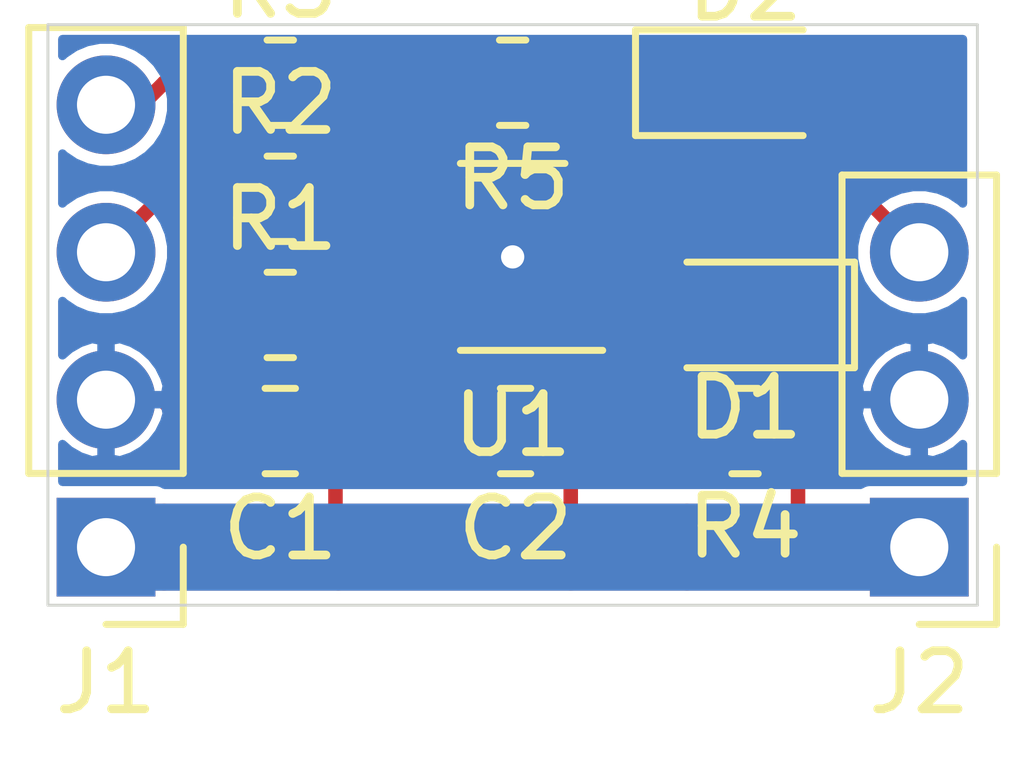
<source format=kicad_pcb>
(kicad_pcb (version 20171130) (host pcbnew 5.1.10-88a1d61d58~90~ubuntu20.04.1)

  (general
    (thickness 1.6)
    (drawings 8)
    (tracks 49)
    (zones 0)
    (modules 12)
    (nets 8)
  )

  (page A4)
  (layers
    (0 F.Cu signal)
    (31 B.Cu signal hide)
    (32 B.Adhes user hide)
    (33 F.Adhes user hide)
    (34 B.Paste user hide)
    (35 F.Paste user hide)
    (36 B.SilkS user hide)
    (37 F.SilkS user hide)
    (38 B.Mask user)
    (39 F.Mask user)
    (40 Dwgs.User user hide)
    (41 Cmts.User user hide)
    (42 Eco1.User user hide)
    (43 Eco2.User user hide)
    (44 Edge.Cuts user)
    (45 Margin user hide)
    (46 B.CrtYd user hide)
    (47 F.CrtYd user hide)
    (48 B.Fab user hide)
    (49 F.Fab user hide)
  )

  (setup
    (last_trace_width 0.25)
    (user_trace_width 1.5)
    (user_trace_width 2)
    (trace_clearance 0.2)
    (zone_clearance 0.15)
    (zone_45_only no)
    (trace_min 0.2)
    (via_size 0.8)
    (via_drill 0.4)
    (via_min_size 0.4)
    (via_min_drill 0.3)
    (uvia_size 0.3)
    (uvia_drill 0.1)
    (uvias_allowed no)
    (uvia_min_size 0.2)
    (uvia_min_drill 0.1)
    (edge_width 0.05)
    (segment_width 0.2)
    (pcb_text_width 0.3)
    (pcb_text_size 1.5 1.5)
    (mod_edge_width 0.12)
    (mod_text_size 1 1)
    (mod_text_width 0.15)
    (pad_size 1.524 1.524)
    (pad_drill 0.762)
    (pad_to_mask_clearance 0)
    (aux_axis_origin 20 30)
    (grid_origin 20 30)
    (visible_elements FFFFFF7F)
    (pcbplotparams
      (layerselection 0x010fc_ffffffff)
      (usegerberextensions false)
      (usegerberattributes true)
      (usegerberadvancedattributes true)
      (creategerberjobfile true)
      (excludeedgelayer true)
      (linewidth 0.100000)
      (plotframeref false)
      (viasonmask false)
      (mode 1)
      (useauxorigin false)
      (hpglpennumber 1)
      (hpglpenspeed 20)
      (hpglpendiameter 15.000000)
      (psnegative false)
      (psa4output false)
      (plotreference true)
      (plotvalue true)
      (plotinvisibletext false)
      (padsonsilk false)
      (subtractmaskfromsilk false)
      (outputformat 1)
      (mirror false)
      (drillshape 1)
      (scaleselection 1)
      (outputdirectory ""))
  )

  (net 0 "")
  (net 1 +5V)
  (net 2 GND)
  (net 3 "Net-(D1-Pad2)")
  (net 4 "Net-(D2-Pad1)")
  (net 5 /DO)
  (net 6 /D+)
  (net 7 /D-)

  (net_class Default "This is the default net class."
    (clearance 0.2)
    (trace_width 0.25)
    (via_dia 0.8)
    (via_drill 0.4)
    (uvia_dia 0.3)
    (uvia_drill 0.1)
    (add_net +5V)
    (add_net /D+)
    (add_net /D-)
    (add_net /DO)
    (add_net GND)
    (add_net "Net-(D1-Pad2)")
    (add_net "Net-(D2-Pad1)")
  )

  (module Package_TO_SOT_SMD:SOT-23-5 (layer F.Cu) (tedit 5A02FF57) (tstamp 61E78226)
    (at 28 24 180)
    (descr "5-pin SOT23 package")
    (tags SOT-23-5)
    (path /61E71764)
    (attr smd)
    (fp_text reference U1 (at 0 -2.9) (layer F.SilkS)
      (effects (font (size 1 1) (thickness 0.15)))
    )
    (fp_text value XR33180ESBTR (at 0 2.9) (layer F.Fab)
      (effects (font (size 1 1) (thickness 0.15)))
    )
    (fp_text user %R (at 1.944999 -7.065001 90) (layer F.Fab)
      (effects (font (size 0.5 0.5) (thickness 0.075)))
    )
    (fp_line (start -0.9 1.61) (end 0.9 1.61) (layer F.SilkS) (width 0.12))
    (fp_line (start 0.9 -1.61) (end -1.55 -1.61) (layer F.SilkS) (width 0.12))
    (fp_line (start -1.9 -1.8) (end 1.9 -1.8) (layer F.CrtYd) (width 0.05))
    (fp_line (start 1.9 -1.8) (end 1.9 1.8) (layer F.CrtYd) (width 0.05))
    (fp_line (start 1.9 1.8) (end -1.9 1.8) (layer F.CrtYd) (width 0.05))
    (fp_line (start -1.9 1.8) (end -1.9 -1.8) (layer F.CrtYd) (width 0.05))
    (fp_line (start -0.9 -0.9) (end -0.25 -1.55) (layer F.Fab) (width 0.1))
    (fp_line (start 0.9 -1.55) (end -0.25 -1.55) (layer F.Fab) (width 0.1))
    (fp_line (start -0.9 -0.9) (end -0.9 1.55) (layer F.Fab) (width 0.1))
    (fp_line (start 0.9 1.55) (end -0.9 1.55) (layer F.Fab) (width 0.1))
    (fp_line (start 0.9 -1.55) (end 0.9 1.55) (layer F.Fab) (width 0.1))
    (pad 5 smd rect (at 1.1 -0.95 180) (size 1.06 0.65) (layers F.Cu F.Paste F.Mask)
      (net 6 /D+))
    (pad 4 smd rect (at 1.1 0.95 180) (size 1.06 0.65) (layers F.Cu F.Paste F.Mask)
      (net 7 /D-))
    (pad 3 smd rect (at -1.1 0.95 180) (size 1.06 0.65) (layers F.Cu F.Paste F.Mask)
      (net 5 /DO))
    (pad 2 smd rect (at -1.1 0 180) (size 1.06 0.65) (layers F.Cu F.Paste F.Mask)
      (net 2 GND))
    (pad 1 smd rect (at -1.1 -0.95 180) (size 1.06 0.65) (layers F.Cu F.Paste F.Mask)
      (net 1 +5V))
    (model ${KISYS3DMOD}/Package_TO_SOT_SMD.3dshapes/SOT-23-5.wrl
      (at (xyz 0 0 0))
      (scale (xyz 1 1 1))
      (rotate (xyz 0 0 0))
    )
  )

  (module Capacitor_SMD:C_0805_2012Metric (layer F.Cu) (tedit 5F68FEEE) (tstamp 61E775AD)
    (at 24 27 180)
    (descr "Capacitor SMD 0805 (2012 Metric), square (rectangular) end terminal, IPC_7351 nominal, (Body size source: IPC-SM-782 page 76, https://www.pcb-3d.com/wordpress/wp-content/uploads/ipc-sm-782a_amendment_1_and_2.pdf, https://docs.google.com/spreadsheets/d/1BsfQQcO9C6DZCsRaXUlFlo91Tg2WpOkGARC1WS5S8t0/edit?usp=sharing), generated with kicad-footprint-generator")
    (tags capacitor)
    (path /61E7A968)
    (attr smd)
    (fp_text reference C1 (at 0 -1.68) (layer F.SilkS)
      (effects (font (size 1 1) (thickness 0.15)))
    )
    (fp_text value 10uF (at 0 1.68) (layer F.Fab)
      (effects (font (size 1 1) (thickness 0.15)))
    )
    (fp_line (start 1.7 0.98) (end -1.7 0.98) (layer F.CrtYd) (width 0.05))
    (fp_line (start 1.7 -0.98) (end 1.7 0.98) (layer F.CrtYd) (width 0.05))
    (fp_line (start -1.7 -0.98) (end 1.7 -0.98) (layer F.CrtYd) (width 0.05))
    (fp_line (start -1.7 0.98) (end -1.7 -0.98) (layer F.CrtYd) (width 0.05))
    (fp_line (start -0.261252 0.735) (end 0.261252 0.735) (layer F.SilkS) (width 0.12))
    (fp_line (start -0.261252 -0.735) (end 0.261252 -0.735) (layer F.SilkS) (width 0.12))
    (fp_line (start 1 0.625) (end -1 0.625) (layer F.Fab) (width 0.1))
    (fp_line (start 1 -0.625) (end 1 0.625) (layer F.Fab) (width 0.1))
    (fp_line (start -1 -0.625) (end 1 -0.625) (layer F.Fab) (width 0.1))
    (fp_line (start -1 0.625) (end -1 -0.625) (layer F.Fab) (width 0.1))
    (fp_text user %R (at 0 0) (layer F.Fab)
      (effects (font (size 0.5 0.5) (thickness 0.08)))
    )
    (pad 1 smd roundrect (at -0.95 0 180) (size 1 1.45) (layers F.Cu F.Paste F.Mask) (roundrect_rratio 0.25)
      (net 1 +5V))
    (pad 2 smd roundrect (at 0.95 0 180) (size 1 1.45) (layers F.Cu F.Paste F.Mask) (roundrect_rratio 0.25)
      (net 2 GND))
    (model ${KISYS3DMOD}/Capacitor_SMD.3dshapes/C_0805_2012Metric.wrl
      (at (xyz 0 0 0))
      (scale (xyz 1 1 1))
      (rotate (xyz 0 0 0))
    )
  )

  (module Capacitor_SMD:C_0805_2012Metric (layer F.Cu) (tedit 5F68FEEE) (tstamp 61E775BE)
    (at 28.05 27 180)
    (descr "Capacitor SMD 0805 (2012 Metric), square (rectangular) end terminal, IPC_7351 nominal, (Body size source: IPC-SM-782 page 76, https://www.pcb-3d.com/wordpress/wp-content/uploads/ipc-sm-782a_amendment_1_and_2.pdf, https://docs.google.com/spreadsheets/d/1BsfQQcO9C6DZCsRaXUlFlo91Tg2WpOkGARC1WS5S8t0/edit?usp=sharing), generated with kicad-footprint-generator")
    (tags capacitor)
    (path /61E8B3B9)
    (attr smd)
    (fp_text reference C2 (at 0 -1.68) (layer F.SilkS)
      (effects (font (size 1 1) (thickness 0.15)))
    )
    (fp_text value 100nF (at 0 1.68) (layer F.Fab)
      (effects (font (size 1 1) (thickness 0.15)))
    )
    (fp_text user %R (at 0 0) (layer F.Fab)
      (effects (font (size 0.5 0.5) (thickness 0.08)))
    )
    (fp_line (start -1 0.625) (end -1 -0.625) (layer F.Fab) (width 0.1))
    (fp_line (start -1 -0.625) (end 1 -0.625) (layer F.Fab) (width 0.1))
    (fp_line (start 1 -0.625) (end 1 0.625) (layer F.Fab) (width 0.1))
    (fp_line (start 1 0.625) (end -1 0.625) (layer F.Fab) (width 0.1))
    (fp_line (start -0.261252 -0.735) (end 0.261252 -0.735) (layer F.SilkS) (width 0.12))
    (fp_line (start -0.261252 0.735) (end 0.261252 0.735) (layer F.SilkS) (width 0.12))
    (fp_line (start -1.7 0.98) (end -1.7 -0.98) (layer F.CrtYd) (width 0.05))
    (fp_line (start -1.7 -0.98) (end 1.7 -0.98) (layer F.CrtYd) (width 0.05))
    (fp_line (start 1.7 -0.98) (end 1.7 0.98) (layer F.CrtYd) (width 0.05))
    (fp_line (start 1.7 0.98) (end -1.7 0.98) (layer F.CrtYd) (width 0.05))
    (pad 2 smd roundrect (at 0.95 0 180) (size 1 1.45) (layers F.Cu F.Paste F.Mask) (roundrect_rratio 0.25)
      (net 2 GND))
    (pad 1 smd roundrect (at -0.95 0 180) (size 1 1.45) (layers F.Cu F.Paste F.Mask) (roundrect_rratio 0.25)
      (net 1 +5V))
    (model ${KISYS3DMOD}/Capacitor_SMD.3dshapes/C_0805_2012Metric.wrl
      (at (xyz 0 0 0))
      (scale (xyz 1 1 1))
      (rotate (xyz 0 0 0))
    )
  )

  (module LED_SMD:LED_0805_2012Metric_Castellated (layer F.Cu) (tedit 5F68FEF1) (tstamp 61E78E62)
    (at 32 25 180)
    (descr "LED SMD 0805 (2012 Metric), castellated end terminal, IPC_7351 nominal, (Body size source: https://docs.google.com/spreadsheets/d/1BsfQQcO9C6DZCsRaXUlFlo91Tg2WpOkGARC1WS5S8t0/edit?usp=sharing), generated with kicad-footprint-generator")
    (tags "LED castellated")
    (path /61E9144F)
    (attr smd)
    (fp_text reference D1 (at 0 -1.6) (layer F.SilkS)
      (effects (font (size 1 1) (thickness 0.15)))
    )
    (fp_text value LED (at 0 1.6) (layer F.Fab)
      (effects (font (size 1 1) (thickness 0.15)))
    )
    (fp_line (start 1.88 0.9) (end -1.88 0.9) (layer F.CrtYd) (width 0.05))
    (fp_line (start 1.88 -0.9) (end 1.88 0.9) (layer F.CrtYd) (width 0.05))
    (fp_line (start -1.88 -0.9) (end 1.88 -0.9) (layer F.CrtYd) (width 0.05))
    (fp_line (start -1.88 0.9) (end -1.88 -0.9) (layer F.CrtYd) (width 0.05))
    (fp_line (start -1.885 0.91) (end 1 0.91) (layer F.SilkS) (width 0.12))
    (fp_line (start -1.885 -0.91) (end -1.885 0.91) (layer F.SilkS) (width 0.12))
    (fp_line (start 1 -0.91) (end -1.885 -0.91) (layer F.SilkS) (width 0.12))
    (fp_line (start 1 0.6) (end 1 -0.6) (layer F.Fab) (width 0.1))
    (fp_line (start -1 0.6) (end 1 0.6) (layer F.Fab) (width 0.1))
    (fp_line (start -1 -0.3) (end -1 0.6) (layer F.Fab) (width 0.1))
    (fp_line (start -0.7 -0.6) (end -1 -0.3) (layer F.Fab) (width 0.1))
    (fp_line (start 1 -0.6) (end -0.7 -0.6) (layer F.Fab) (width 0.1))
    (fp_text user %R (at 0 0) (layer F.Fab)
      (effects (font (size 0.5 0.5) (thickness 0.08)))
    )
    (pad 1 smd roundrect (at -0.9625 0 180) (size 1.325 1.3) (layers F.Cu F.Paste F.Mask) (roundrect_rratio 0.192308)
      (net 5 /DO))
    (pad 2 smd roundrect (at 0.9625 0 180) (size 1.325 1.3) (layers F.Cu F.Paste F.Mask) (roundrect_rratio 0.192308)
      (net 3 "Net-(D1-Pad2)"))
    (model ${KISYS3DMOD}/LED_SMD.3dshapes/LED_0805_2012Metric_Castellated.wrl
      (at (xyz 0 0 0))
      (scale (xyz 1 1 1))
      (rotate (xyz 0 0 0))
    )
  )

  (module LED_SMD:LED_0805_2012Metric_Castellated (layer F.Cu) (tedit 5F68FEF1) (tstamp 61E775E4)
    (at 32 21)
    (descr "LED SMD 0805 (2012 Metric), castellated end terminal, IPC_7351 nominal, (Body size source: https://docs.google.com/spreadsheets/d/1BsfQQcO9C6DZCsRaXUlFlo91Tg2WpOkGARC1WS5S8t0/edit?usp=sharing), generated with kicad-footprint-generator")
    (tags "LED castellated")
    (path /61E9365A)
    (attr smd)
    (fp_text reference D2 (at 0 -1.6) (layer F.SilkS)
      (effects (font (size 1 1) (thickness 0.15)))
    )
    (fp_text value LED (at 0 1.6) (layer F.Fab)
      (effects (font (size 1 1) (thickness 0.15)))
    )
    (fp_text user %R (at 0 0) (layer F.Fab)
      (effects (font (size 0.5 0.5) (thickness 0.08)))
    )
    (fp_line (start 1 -0.6) (end -0.7 -0.6) (layer F.Fab) (width 0.1))
    (fp_line (start -0.7 -0.6) (end -1 -0.3) (layer F.Fab) (width 0.1))
    (fp_line (start -1 -0.3) (end -1 0.6) (layer F.Fab) (width 0.1))
    (fp_line (start -1 0.6) (end 1 0.6) (layer F.Fab) (width 0.1))
    (fp_line (start 1 0.6) (end 1 -0.6) (layer F.Fab) (width 0.1))
    (fp_line (start 1 -0.91) (end -1.885 -0.91) (layer F.SilkS) (width 0.12))
    (fp_line (start -1.885 -0.91) (end -1.885 0.91) (layer F.SilkS) (width 0.12))
    (fp_line (start -1.885 0.91) (end 1 0.91) (layer F.SilkS) (width 0.12))
    (fp_line (start -1.88 0.9) (end -1.88 -0.9) (layer F.CrtYd) (width 0.05))
    (fp_line (start -1.88 -0.9) (end 1.88 -0.9) (layer F.CrtYd) (width 0.05))
    (fp_line (start 1.88 -0.9) (end 1.88 0.9) (layer F.CrtYd) (width 0.05))
    (fp_line (start 1.88 0.9) (end -1.88 0.9) (layer F.CrtYd) (width 0.05))
    (pad 2 smd roundrect (at 0.9625 0) (size 1.325 1.3) (layers F.Cu F.Paste F.Mask) (roundrect_rratio 0.192308)
      (net 5 /DO))
    (pad 1 smd roundrect (at -0.9625 0) (size 1.325 1.3) (layers F.Cu F.Paste F.Mask) (roundrect_rratio 0.192308)
      (net 4 "Net-(D2-Pad1)"))
    (model ${KISYS3DMOD}/LED_SMD.3dshapes/LED_0805_2012Metric_Castellated.wrl
      (at (xyz 0 0 0))
      (scale (xyz 1 1 1))
      (rotate (xyz 0 0 0))
    )
  )

  (module Connector_PinHeader_2.54mm:PinHeader_1x04_P2.54mm_Vertical (layer F.Cu) (tedit 59FED5CC) (tstamp 61E775FC)
    (at 21 29 180)
    (descr "Through hole straight pin header, 1x04, 2.54mm pitch, single row")
    (tags "Through hole pin header THT 1x04 2.54mm single row")
    (path /61E7626A)
    (fp_text reference J1 (at 0 -2.33) (layer F.SilkS)
      (effects (font (size 1 1) (thickness 0.15)))
    )
    (fp_text value Conn_01x04 (at 0 9.95) (layer F.Fab)
      (effects (font (size 1 1) (thickness 0.15)))
    )
    (fp_line (start 1.8 -1.8) (end -1.8 -1.8) (layer F.CrtYd) (width 0.05))
    (fp_line (start 1.8 9.4) (end 1.8 -1.8) (layer F.CrtYd) (width 0.05))
    (fp_line (start -1.8 9.4) (end 1.8 9.4) (layer F.CrtYd) (width 0.05))
    (fp_line (start -1.8 -1.8) (end -1.8 9.4) (layer F.CrtYd) (width 0.05))
    (fp_line (start -1.33 -1.33) (end 0 -1.33) (layer F.SilkS) (width 0.12))
    (fp_line (start -1.33 0) (end -1.33 -1.33) (layer F.SilkS) (width 0.12))
    (fp_line (start -1.33 1.27) (end 1.33 1.27) (layer F.SilkS) (width 0.12))
    (fp_line (start 1.33 1.27) (end 1.33 8.95) (layer F.SilkS) (width 0.12))
    (fp_line (start -1.33 1.27) (end -1.33 8.95) (layer F.SilkS) (width 0.12))
    (fp_line (start -1.33 8.95) (end 1.33 8.95) (layer F.SilkS) (width 0.12))
    (fp_line (start -1.27 -0.635) (end -0.635 -1.27) (layer F.Fab) (width 0.1))
    (fp_line (start -1.27 8.89) (end -1.27 -0.635) (layer F.Fab) (width 0.1))
    (fp_line (start 1.27 8.89) (end -1.27 8.89) (layer F.Fab) (width 0.1))
    (fp_line (start 1.27 -1.27) (end 1.27 8.89) (layer F.Fab) (width 0.1))
    (fp_line (start -0.635 -1.27) (end 1.27 -1.27) (layer F.Fab) (width 0.1))
    (fp_text user %R (at -2 -3 90) (layer F.Fab)
      (effects (font (size 1 1) (thickness 0.15)))
    )
    (pad 1 thru_hole rect (at 0 0 180) (size 1.7 1.7) (drill 1) (layers *.Cu *.Mask)
      (net 1 +5V))
    (pad 2 thru_hole oval (at 0 2.54 180) (size 1.7 1.7) (drill 1) (layers *.Cu *.Mask)
      (net 2 GND))
    (pad 3 thru_hole oval (at 0 5.08 180) (size 1.7 1.7) (drill 1) (layers *.Cu *.Mask)
      (net 6 /D+))
    (pad 4 thru_hole oval (at 0 7.62 180) (size 1.7 1.7) (drill 1) (layers *.Cu *.Mask)
      (net 7 /D-))
    (model ${KISYS3DMOD}/Connector_PinHeader_2.54mm.3dshapes/PinHeader_1x04_P2.54mm_Vertical.wrl
      (at (xyz 0 0 0))
      (scale (xyz 1 1 1))
      (rotate (xyz 0 0 0))
    )
  )

  (module Connector_PinHeader_2.54mm:PinHeader_1x03_P2.54mm_Vertical (layer F.Cu) (tedit 59FED5CC) (tstamp 61E77613)
    (at 35 29 180)
    (descr "Through hole straight pin header, 1x03, 2.54mm pitch, single row")
    (tags "Through hole pin header THT 1x03 2.54mm single row")
    (path /61E7769B)
    (fp_text reference J2 (at 0 -2.33) (layer F.SilkS)
      (effects (font (size 1 1) (thickness 0.15)))
    )
    (fp_text value Conn_01x03 (at 0 7.41) (layer F.Fab)
      (effects (font (size 1 1) (thickness 0.15)))
    )
    (fp_line (start 1.8 -1.8) (end -1.8 -1.8) (layer F.CrtYd) (width 0.05))
    (fp_line (start 1.8 6.85) (end 1.8 -1.8) (layer F.CrtYd) (width 0.05))
    (fp_line (start -1.8 6.85) (end 1.8 6.85) (layer F.CrtYd) (width 0.05))
    (fp_line (start -1.8 -1.8) (end -1.8 6.85) (layer F.CrtYd) (width 0.05))
    (fp_line (start -1.33 -1.33) (end 0 -1.33) (layer F.SilkS) (width 0.12))
    (fp_line (start -1.33 0) (end -1.33 -1.33) (layer F.SilkS) (width 0.12))
    (fp_line (start -1.33 1.27) (end 1.33 1.27) (layer F.SilkS) (width 0.12))
    (fp_line (start 1.33 1.27) (end 1.33 6.41) (layer F.SilkS) (width 0.12))
    (fp_line (start -1.33 1.27) (end -1.33 6.41) (layer F.SilkS) (width 0.12))
    (fp_line (start -1.33 6.41) (end 1.33 6.41) (layer F.SilkS) (width 0.12))
    (fp_line (start -1.27 -0.635) (end -0.635 -1.27) (layer F.Fab) (width 0.1))
    (fp_line (start -1.27 6.35) (end -1.27 -0.635) (layer F.Fab) (width 0.1))
    (fp_line (start 1.27 6.35) (end -1.27 6.35) (layer F.Fab) (width 0.1))
    (fp_line (start 1.27 -1.27) (end 1.27 6.35) (layer F.Fab) (width 0.1))
    (fp_line (start -0.635 -1.27) (end 1.27 -1.27) (layer F.Fab) (width 0.1))
    (fp_text user %R (at 0 2.54 90) (layer F.Fab)
      (effects (font (size 1 1) (thickness 0.15)))
    )
    (pad 1 thru_hole rect (at 0 0 180) (size 1.7 1.7) (drill 1) (layers *.Cu *.Mask)
      (net 1 +5V))
    (pad 2 thru_hole oval (at 0 2.54 180) (size 1.7 1.7) (drill 1) (layers *.Cu *.Mask)
      (net 2 GND))
    (pad 3 thru_hole oval (at 0 5.08 180) (size 1.7 1.7) (drill 1) (layers *.Cu *.Mask)
      (net 5 /DO))
    (model ${KISYS3DMOD}/Connector_PinHeader_2.54mm.3dshapes/PinHeader_1x03_P2.54mm_Vertical.wrl
      (at (xyz 0 0 0))
      (scale (xyz 1 1 1))
      (rotate (xyz 0 0 0))
    )
  )

  (module Resistor_SMD:R_0805_2012Metric (layer F.Cu) (tedit 5F68FEEE) (tstamp 61E77624)
    (at 24 25)
    (descr "Resistor SMD 0805 (2012 Metric), square (rectangular) end terminal, IPC_7351 nominal, (Body size source: IPC-SM-782 page 72, https://www.pcb-3d.com/wordpress/wp-content/uploads/ipc-sm-782a_amendment_1_and_2.pdf), generated with kicad-footprint-generator")
    (tags resistor)
    (path /61E9E1D1)
    (attr smd)
    (fp_text reference R1 (at 0 -1.65) (layer F.SilkS)
      (effects (font (size 1 1) (thickness 0.15)))
    )
    (fp_text value 1k (at 0 1.65) (layer F.Fab)
      (effects (font (size 1 1) (thickness 0.15)))
    )
    (fp_text user %R (at 0 0) (layer F.Fab)
      (effects (font (size 0.5 0.5) (thickness 0.08)))
    )
    (fp_line (start -1 0.625) (end -1 -0.625) (layer F.Fab) (width 0.1))
    (fp_line (start -1 -0.625) (end 1 -0.625) (layer F.Fab) (width 0.1))
    (fp_line (start 1 -0.625) (end 1 0.625) (layer F.Fab) (width 0.1))
    (fp_line (start 1 0.625) (end -1 0.625) (layer F.Fab) (width 0.1))
    (fp_line (start -0.227064 -0.735) (end 0.227064 -0.735) (layer F.SilkS) (width 0.12))
    (fp_line (start -0.227064 0.735) (end 0.227064 0.735) (layer F.SilkS) (width 0.12))
    (fp_line (start -1.68 0.95) (end -1.68 -0.95) (layer F.CrtYd) (width 0.05))
    (fp_line (start -1.68 -0.95) (end 1.68 -0.95) (layer F.CrtYd) (width 0.05))
    (fp_line (start 1.68 -0.95) (end 1.68 0.95) (layer F.CrtYd) (width 0.05))
    (fp_line (start 1.68 0.95) (end -1.68 0.95) (layer F.CrtYd) (width 0.05))
    (pad 2 smd roundrect (at 0.9125 0) (size 1.025 1.4) (layers F.Cu F.Paste F.Mask) (roundrect_rratio 0.243902)
      (net 6 /D+))
    (pad 1 smd roundrect (at -0.9125 0) (size 1.025 1.4) (layers F.Cu F.Paste F.Mask) (roundrect_rratio 0.243902)
      (net 1 +5V))
    (model ${KISYS3DMOD}/Resistor_SMD.3dshapes/R_0805_2012Metric.wrl
      (at (xyz 0 0 0))
      (scale (xyz 1 1 1))
      (rotate (xyz 0 0 0))
    )
  )

  (module Resistor_SMD:R_0805_2012Metric (layer F.Cu) (tedit 5F68FEEE) (tstamp 61E77635)
    (at 24 23)
    (descr "Resistor SMD 0805 (2012 Metric), square (rectangular) end terminal, IPC_7351 nominal, (Body size source: IPC-SM-782 page 72, https://www.pcb-3d.com/wordpress/wp-content/uploads/ipc-sm-782a_amendment_1_and_2.pdf), generated with kicad-footprint-generator")
    (tags resistor)
    (path /61E729AE)
    (attr smd)
    (fp_text reference R2 (at 0 -1.65) (layer F.SilkS)
      (effects (font (size 1 1) (thickness 0.15)))
    )
    (fp_text value 100R (at 0 1.65) (layer F.Fab)
      (effects (font (size 1 1) (thickness 0.15)))
    )
    (fp_line (start 1.68 0.95) (end -1.68 0.95) (layer F.CrtYd) (width 0.05))
    (fp_line (start 1.68 -0.95) (end 1.68 0.95) (layer F.CrtYd) (width 0.05))
    (fp_line (start -1.68 -0.95) (end 1.68 -0.95) (layer F.CrtYd) (width 0.05))
    (fp_line (start -1.68 0.95) (end -1.68 -0.95) (layer F.CrtYd) (width 0.05))
    (fp_line (start -0.227064 0.735) (end 0.227064 0.735) (layer F.SilkS) (width 0.12))
    (fp_line (start -0.227064 -0.735) (end 0.227064 -0.735) (layer F.SilkS) (width 0.12))
    (fp_line (start 1 0.625) (end -1 0.625) (layer F.Fab) (width 0.1))
    (fp_line (start 1 -0.625) (end 1 0.625) (layer F.Fab) (width 0.1))
    (fp_line (start -1 -0.625) (end 1 -0.625) (layer F.Fab) (width 0.1))
    (fp_line (start -1 0.625) (end -1 -0.625) (layer F.Fab) (width 0.1))
    (fp_text user %R (at 0 0) (layer F.Fab)
      (effects (font (size 0.5 0.5) (thickness 0.08)))
    )
    (pad 1 smd roundrect (at -0.9125 0) (size 1.025 1.4) (layers F.Cu F.Paste F.Mask) (roundrect_rratio 0.243902)
      (net 6 /D+))
    (pad 2 smd roundrect (at 0.9125 0) (size 1.025 1.4) (layers F.Cu F.Paste F.Mask) (roundrect_rratio 0.243902)
      (net 7 /D-))
    (model ${KISYS3DMOD}/Resistor_SMD.3dshapes/R_0805_2012Metric.wrl
      (at (xyz 0 0 0))
      (scale (xyz 1 1 1))
      (rotate (xyz 0 0 0))
    )
  )

  (module Resistor_SMD:R_0805_2012Metric (layer F.Cu) (tedit 5F68FEEE) (tstamp 61E781B5)
    (at 24 21)
    (descr "Resistor SMD 0805 (2012 Metric), square (rectangular) end terminal, IPC_7351 nominal, (Body size source: IPC-SM-782 page 72, https://www.pcb-3d.com/wordpress/wp-content/uploads/ipc-sm-782a_amendment_1_and_2.pdf), generated with kicad-footprint-generator")
    (tags resistor)
    (path /61E9E7DA)
    (attr smd)
    (fp_text reference R3 (at 0 -1.65) (layer F.SilkS)
      (effects (font (size 1 1) (thickness 0.15)))
    )
    (fp_text value 1k (at 0 1.65) (layer F.Fab)
      (effects (font (size 1 1) (thickness 0.15)))
    )
    (fp_line (start 1.68 0.95) (end -1.68 0.95) (layer F.CrtYd) (width 0.05))
    (fp_line (start 1.68 -0.95) (end 1.68 0.95) (layer F.CrtYd) (width 0.05))
    (fp_line (start -1.68 -0.95) (end 1.68 -0.95) (layer F.CrtYd) (width 0.05))
    (fp_line (start -1.68 0.95) (end -1.68 -0.95) (layer F.CrtYd) (width 0.05))
    (fp_line (start -0.227064 0.735) (end 0.227064 0.735) (layer F.SilkS) (width 0.12))
    (fp_line (start -0.227064 -0.735) (end 0.227064 -0.735) (layer F.SilkS) (width 0.12))
    (fp_line (start 1 0.625) (end -1 0.625) (layer F.Fab) (width 0.1))
    (fp_line (start 1 -0.625) (end 1 0.625) (layer F.Fab) (width 0.1))
    (fp_line (start -1 -0.625) (end 1 -0.625) (layer F.Fab) (width 0.1))
    (fp_line (start -1 0.625) (end -1 -0.625) (layer F.Fab) (width 0.1))
    (fp_text user %R (at 0 0) (layer F.Fab)
      (effects (font (size 0.5 0.5) (thickness 0.08)))
    )
    (pad 1 smd roundrect (at -0.9125 0) (size 1.025 1.4) (layers F.Cu F.Paste F.Mask) (roundrect_rratio 0.243902)
      (net 7 /D-))
    (pad 2 smd roundrect (at 0.9125 0) (size 1.025 1.4) (layers F.Cu F.Paste F.Mask) (roundrect_rratio 0.243902)
      (net 2 GND))
    (model ${KISYS3DMOD}/Resistor_SMD.3dshapes/R_0805_2012Metric.wrl
      (at (xyz 0 0 0))
      (scale (xyz 1 1 1))
      (rotate (xyz 0 0 0))
    )
  )

  (module Resistor_SMD:R_0805_2012Metric (layer F.Cu) (tedit 5F68FEEE) (tstamp 61E77657)
    (at 32 27 180)
    (descr "Resistor SMD 0805 (2012 Metric), square (rectangular) end terminal, IPC_7351 nominal, (Body size source: IPC-SM-782 page 72, https://www.pcb-3d.com/wordpress/wp-content/uploads/ipc-sm-782a_amendment_1_and_2.pdf), generated with kicad-footprint-generator")
    (tags resistor)
    (path /61E8FA73)
    (attr smd)
    (fp_text reference R4 (at 0 -1.65) (layer F.SilkS)
      (effects (font (size 1 1) (thickness 0.15)))
    )
    (fp_text value 1k (at 0 1.65) (layer F.Fab)
      (effects (font (size 1 1) (thickness 0.15)))
    )
    (fp_text user %R (at 0 0) (layer F.Fab)
      (effects (font (size 0.5 0.5) (thickness 0.08)))
    )
    (fp_line (start -1 0.625) (end -1 -0.625) (layer F.Fab) (width 0.1))
    (fp_line (start -1 -0.625) (end 1 -0.625) (layer F.Fab) (width 0.1))
    (fp_line (start 1 -0.625) (end 1 0.625) (layer F.Fab) (width 0.1))
    (fp_line (start 1 0.625) (end -1 0.625) (layer F.Fab) (width 0.1))
    (fp_line (start -0.227064 -0.735) (end 0.227064 -0.735) (layer F.SilkS) (width 0.12))
    (fp_line (start -0.227064 0.735) (end 0.227064 0.735) (layer F.SilkS) (width 0.12))
    (fp_line (start -1.68 0.95) (end -1.68 -0.95) (layer F.CrtYd) (width 0.05))
    (fp_line (start -1.68 -0.95) (end 1.68 -0.95) (layer F.CrtYd) (width 0.05))
    (fp_line (start 1.68 -0.95) (end 1.68 0.95) (layer F.CrtYd) (width 0.05))
    (fp_line (start 1.68 0.95) (end -1.68 0.95) (layer F.CrtYd) (width 0.05))
    (pad 2 smd roundrect (at 0.9125 0 180) (size 1.025 1.4) (layers F.Cu F.Paste F.Mask) (roundrect_rratio 0.243902)
      (net 3 "Net-(D1-Pad2)"))
    (pad 1 smd roundrect (at -0.9125 0 180) (size 1.025 1.4) (layers F.Cu F.Paste F.Mask) (roundrect_rratio 0.243902)
      (net 1 +5V))
    (model ${KISYS3DMOD}/Resistor_SMD.3dshapes/R_0805_2012Metric.wrl
      (at (xyz 0 0 0))
      (scale (xyz 1 1 1))
      (rotate (xyz 0 0 0))
    )
  )

  (module Resistor_SMD:R_0805_2012Metric (layer F.Cu) (tedit 5F68FEEE) (tstamp 61E77668)
    (at 28 21 180)
    (descr "Resistor SMD 0805 (2012 Metric), square (rectangular) end terminal, IPC_7351 nominal, (Body size source: IPC-SM-782 page 72, https://www.pcb-3d.com/wordpress/wp-content/uploads/ipc-sm-782a_amendment_1_and_2.pdf), generated with kicad-footprint-generator")
    (tags resistor)
    (path /61E9099B)
    (attr smd)
    (fp_text reference R5 (at 0 -1.65) (layer F.SilkS)
      (effects (font (size 1 1) (thickness 0.15)))
    )
    (fp_text value 1k (at 0 1.65) (layer F.Fab)
      (effects (font (size 1 1) (thickness 0.15)))
    )
    (fp_line (start 1.68 0.95) (end -1.68 0.95) (layer F.CrtYd) (width 0.05))
    (fp_line (start 1.68 -0.95) (end 1.68 0.95) (layer F.CrtYd) (width 0.05))
    (fp_line (start -1.68 -0.95) (end 1.68 -0.95) (layer F.CrtYd) (width 0.05))
    (fp_line (start -1.68 0.95) (end -1.68 -0.95) (layer F.CrtYd) (width 0.05))
    (fp_line (start -0.227064 0.735) (end 0.227064 0.735) (layer F.SilkS) (width 0.12))
    (fp_line (start -0.227064 -0.735) (end 0.227064 -0.735) (layer F.SilkS) (width 0.12))
    (fp_line (start 1 0.625) (end -1 0.625) (layer F.Fab) (width 0.1))
    (fp_line (start 1 -0.625) (end 1 0.625) (layer F.Fab) (width 0.1))
    (fp_line (start -1 -0.625) (end 1 -0.625) (layer F.Fab) (width 0.1))
    (fp_line (start -1 0.625) (end -1 -0.625) (layer F.Fab) (width 0.1))
    (fp_text user %R (at 0 0) (layer F.Fab)
      (effects (font (size 0.5 0.5) (thickness 0.08)))
    )
    (pad 1 smd roundrect (at -0.9125 0 180) (size 1.025 1.4) (layers F.Cu F.Paste F.Mask) (roundrect_rratio 0.243902)
      (net 4 "Net-(D2-Pad1)"))
    (pad 2 smd roundrect (at 0.9125 0 180) (size 1.025 1.4) (layers F.Cu F.Paste F.Mask) (roundrect_rratio 0.243902)
      (net 2 GND))
    (model ${KISYS3DMOD}/Resistor_SMD.3dshapes/R_0805_2012Metric.wrl
      (at (xyz 0 0 0))
      (scale (xyz 1 1 1))
      (rotate (xyz 0 0 0))
    )
  )

  (gr_line (start 20 30) (end 20 20) (layer Edge.Cuts) (width 0.05) (tstamp 61E77CA9))
  (gr_line (start 36 30) (end 20 30) (layer Edge.Cuts) (width 0.05))
  (gr_line (start 36 20) (end 36 30) (layer Edge.Cuts) (width 0.05))
  (gr_line (start 20 20) (end 36 20) (layer Edge.Cuts) (width 0.05))
  (gr_line (start 20 30) (end 20 20) (layer Margin) (width 0.15) (tstamp 61E7783B))
  (gr_line (start 30 30) (end 20 30) (layer Margin) (width 0.15))
  (gr_line (start 30 20) (end 30 30) (layer Margin) (width 0.15))
  (gr_line (start 20 20) (end 30 20) (layer Margin) (width 0.15) (tstamp 61E79054))

  (segment (start 21 29) (end 35 29) (width 1.5) (layer B.Cu) (net 1))
  (segment (start 21 29) (end 22 29) (width 1.5) (layer F.Cu) (net 1))
  (segment (start 24.95 28.95) (end 25 29) (width 0.25) (layer F.Cu) (net 1))
  (segment (start 24.95 27) (end 24.95 28.95) (width 0.25) (layer F.Cu) (net 1))
  (segment (start 22 29) (end 25 29) (width 1.5) (layer F.Cu) (net 1))
  (segment (start 29 27) (end 29 29) (width 0.25) (layer F.Cu) (net 1))
  (segment (start 31 29) (end 35 29) (width 1.5) (layer F.Cu) (net 1))
  (segment (start 25 29) (end 29 29) (width 1.5) (layer F.Cu) (net 1))
  (segment (start 32.9125 28.9125) (end 33 29) (width 0.25) (layer F.Cu) (net 1))
  (segment (start 32.9125 27) (end 32.9125 28.9125) (width 0.25) (layer F.Cu) (net 1))
  (segment (start 29.1 26.9) (end 29 27) (width 0.25) (layer F.Cu) (net 1))
  (segment (start 29.1 24.95) (end 29.1 26.9) (width 0.25) (layer F.Cu) (net 1))
  (segment (start 23.0875 25.1375) (end 23.0875 25) (width 0.25) (layer F.Cu) (net 1))
  (segment (start 24.95 27) (end 23.0875 25.1375) (width 0.25) (layer F.Cu) (net 1))
  (segment (start 31 29) (end 29 29) (width 1.5) (layer F.Cu) (net 1))
  (via (at 28 24) (size 0.8) (drill 0.4) (layers F.Cu B.Cu) (net 2))
  (segment (start 21 26.46) (end 21.96 26.46) (width 0.25) (layer F.Cu) (net 2))
  (segment (start 22.5 27) (end 23.05 27) (width 0.25) (layer F.Cu) (net 2))
  (segment (start 21.96 26.46) (end 22.5 27) (width 0.25) (layer F.Cu) (net 2))
  (segment (start 29.1 24) (end 28 24) (width 0.25) (layer F.Cu) (net 2))
  (segment (start 24.9125 21) (end 27.0875 21) (width 0.25) (layer F.Cu) (net 2))
  (segment (start 28 21.9125) (end 27.0875 21) (width 0.25) (layer F.Cu) (net 2))
  (segment (start 28 24) (end 28 21.9125) (width 0.25) (layer F.Cu) (net 2))
  (segment (start 27.1 26.9) (end 27.1 27) (width 0.25) (layer F.Cu) (net 2))
  (segment (start 28 26) (end 27.1 26.9) (width 0.25) (layer F.Cu) (net 2))
  (segment (start 28 24) (end 28 26) (width 0.25) (layer F.Cu) (net 2))
  (segment (start 31.0875 25.05) (end 31.0375 25) (width 0.25) (layer F.Cu) (net 3))
  (segment (start 31.0875 27) (end 31.0875 25.05) (width 0.25) (layer F.Cu) (net 3))
  (segment (start 28.9125 21) (end 31.0375 21) (width 0.25) (layer F.Cu) (net 4))
  (segment (start 34.13 23.05) (end 35 23.92) (width 0.25) (layer F.Cu) (net 5))
  (segment (start 32.9625 23.0375) (end 32.95 23.05) (width 0.25) (layer F.Cu) (net 5))
  (segment (start 32.9625 21) (end 32.9625 23.0375) (width 0.25) (layer F.Cu) (net 5))
  (segment (start 32.95 23.05) (end 34.13 23.05) (width 0.25) (layer F.Cu) (net 5))
  (segment (start 29.1 23.05) (end 32.95 23.05) (width 0.25) (layer F.Cu) (net 5))
  (segment (start 32.9625 23.0625) (end 32.95 23.05) (width 0.25) (layer F.Cu) (net 5))
  (segment (start 32.9625 25) (end 32.9625 23.0625) (width 0.25) (layer F.Cu) (net 5))
  (segment (start 21 23.92) (end 21.92 23) (width 0.25) (layer F.Cu) (net 6))
  (segment (start 21.92 23) (end 23.0875 23) (width 0.25) (layer F.Cu) (net 6))
  (segment (start 24.9625 24.95) (end 24.9125 25) (width 0.25) (layer F.Cu) (net 6))
  (segment (start 26.9 24.95) (end 24.9625 24.95) (width 0.25) (layer F.Cu) (net 6))
  (segment (start 24.9125 24.825) (end 23.0875 23) (width 0.25) (layer F.Cu) (net 6))
  (segment (start 24.9125 25) (end 24.9125 24.825) (width 0.25) (layer F.Cu) (net 6))
  (segment (start 21 21.38) (end 21.62 21.38) (width 0.25) (layer F.Cu) (net 7))
  (segment (start 22 21) (end 23.0875 21) (width 0.25) (layer F.Cu) (net 7))
  (segment (start 21.62 21.38) (end 22 21) (width 0.25) (layer F.Cu) (net 7))
  (segment (start 23.0875 21.175) (end 24.9125 23) (width 0.25) (layer F.Cu) (net 7))
  (segment (start 23.0875 21) (end 23.0875 21.175) (width 0.25) (layer F.Cu) (net 7))
  (segment (start 24.9625 23.05) (end 24.9125 23) (width 0.25) (layer F.Cu) (net 7))
  (segment (start 26.9 23.05) (end 24.9625 23.05) (width 0.25) (layer F.Cu) (net 7))

  (zone (net 2) (net_name GND) (layer B.Cu) (tstamp 0) (hatch edge 0.508)
    (connect_pads (clearance 0.15))
    (min_thickness 0.15)
    (fill yes (arc_segments 32) (thermal_gap 0.15) (thermal_bridge_width 0.3))
    (polygon
      (pts
        (xy 36 28) (xy 20 28) (xy 20 20) (xy 36 20)
      )
    )
    (filled_polygon
      (pts
        (xy 35.75 23.079011) (xy 35.717145 23.046156) (xy 35.532887 22.923038) (xy 35.32815 22.838233) (xy 35.110803 22.795)
        (xy 34.889197 22.795) (xy 34.67185 22.838233) (xy 34.467113 22.923038) (xy 34.282855 23.046156) (xy 34.126156 23.202855)
        (xy 34.003038 23.387113) (xy 33.918233 23.59185) (xy 33.875 23.809197) (xy 33.875 24.030803) (xy 33.918233 24.24815)
        (xy 34.003038 24.452887) (xy 34.126156 24.637145) (xy 34.282855 24.793844) (xy 34.467113 24.916962) (xy 34.67185 25.001767)
        (xy 34.889197 25.045) (xy 35.110803 25.045) (xy 35.32815 25.001767) (xy 35.532887 24.916962) (xy 35.717145 24.793844)
        (xy 35.75 24.760989) (xy 35.750001 25.694613) (xy 35.624266 25.584829) (xy 35.441534 25.479857) (xy 35.241834 25.412551)
        (xy 35.075 25.443866) (xy 35.075 26.385) (xy 35.095 26.385) (xy 35.095 26.535) (xy 35.075 26.535)
        (xy 35.075 27.476134) (xy 35.241834 27.507449) (xy 35.441534 27.440143) (xy 35.624266 27.335171) (xy 35.750001 27.225387)
        (xy 35.750001 27.87367) (xy 34.15 27.87367) (xy 34.096091 27.87898) (xy 34.044253 27.894704) (xy 33.996479 27.92024)
        (xy 33.990679 27.925) (xy 22.009321 27.925) (xy 22.003521 27.92024) (xy 21.955747 27.894704) (xy 21.903909 27.87898)
        (xy 21.85 27.87367) (xy 20.25 27.87367) (xy 20.25 27.225388) (xy 20.375734 27.335171) (xy 20.558466 27.440143)
        (xy 20.758166 27.507449) (xy 20.925 27.476134) (xy 20.925 26.535) (xy 21.075 26.535) (xy 21.075 27.476134)
        (xy 21.241834 27.507449) (xy 21.441534 27.440143) (xy 21.624266 27.335171) (xy 21.783008 27.196567) (xy 21.91166 27.029657)
        (xy 22.005277 26.840855) (xy 22.047446 26.701834) (xy 33.952554 26.701834) (xy 33.994723 26.840855) (xy 34.08834 27.029657)
        (xy 34.216992 27.196567) (xy 34.375734 27.335171) (xy 34.558466 27.440143) (xy 34.758166 27.507449) (xy 34.925 27.476134)
        (xy 34.925 26.535) (xy 33.984014 26.535) (xy 33.952554 26.701834) (xy 22.047446 26.701834) (xy 22.015986 26.535)
        (xy 21.075 26.535) (xy 20.925 26.535) (xy 20.905 26.535) (xy 20.905 26.385) (xy 20.925 26.385)
        (xy 20.925 25.443866) (xy 21.075 25.443866) (xy 21.075 26.385) (xy 22.015986 26.385) (xy 22.047446 26.218166)
        (xy 33.952554 26.218166) (xy 33.984014 26.385) (xy 34.925 26.385) (xy 34.925 25.443866) (xy 34.758166 25.412551)
        (xy 34.558466 25.479857) (xy 34.375734 25.584829) (xy 34.216992 25.723433) (xy 34.08834 25.890343) (xy 33.994723 26.079145)
        (xy 33.952554 26.218166) (xy 22.047446 26.218166) (xy 22.005277 26.079145) (xy 21.91166 25.890343) (xy 21.783008 25.723433)
        (xy 21.624266 25.584829) (xy 21.441534 25.479857) (xy 21.241834 25.412551) (xy 21.075 25.443866) (xy 20.925 25.443866)
        (xy 20.758166 25.412551) (xy 20.558466 25.479857) (xy 20.375734 25.584829) (xy 20.25 25.694612) (xy 20.25 24.760989)
        (xy 20.282855 24.793844) (xy 20.467113 24.916962) (xy 20.67185 25.001767) (xy 20.889197 25.045) (xy 21.110803 25.045)
        (xy 21.32815 25.001767) (xy 21.532887 24.916962) (xy 21.717145 24.793844) (xy 21.873844 24.637145) (xy 21.996962 24.452887)
        (xy 22.081767 24.24815) (xy 22.125 24.030803) (xy 22.125 23.809197) (xy 22.081767 23.59185) (xy 21.996962 23.387113)
        (xy 21.873844 23.202855) (xy 21.717145 23.046156) (xy 21.532887 22.923038) (xy 21.32815 22.838233) (xy 21.110803 22.795)
        (xy 20.889197 22.795) (xy 20.67185 22.838233) (xy 20.467113 22.923038) (xy 20.282855 23.046156) (xy 20.25 23.079011)
        (xy 20.25 22.220989) (xy 20.282855 22.253844) (xy 20.467113 22.376962) (xy 20.67185 22.461767) (xy 20.889197 22.505)
        (xy 21.110803 22.505) (xy 21.32815 22.461767) (xy 21.532887 22.376962) (xy 21.717145 22.253844) (xy 21.873844 22.097145)
        (xy 21.996962 21.912887) (xy 22.081767 21.70815) (xy 22.125 21.490803) (xy 22.125 21.269197) (xy 22.081767 21.05185)
        (xy 21.996962 20.847113) (xy 21.873844 20.662855) (xy 21.717145 20.506156) (xy 21.532887 20.383038) (xy 21.32815 20.298233)
        (xy 21.110803 20.255) (xy 20.889197 20.255) (xy 20.67185 20.298233) (xy 20.467113 20.383038) (xy 20.282855 20.506156)
        (xy 20.25 20.539011) (xy 20.25 20.25) (xy 35.75 20.25)
      )
    )
  )
)

</source>
